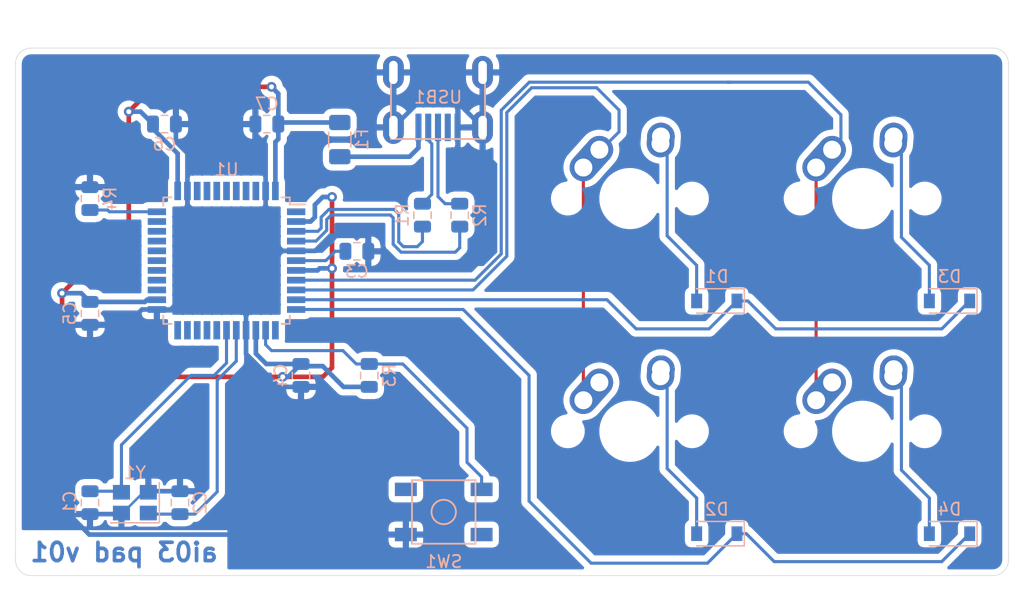
<source format=kicad_pcb>
(kicad_pcb (version 20200518) (host pcbnew "(5.99.0-1822-g1792479ca)")
  (title_block (title "ai03 pcb guide - pad duplicate") (date "2020-06-16") (rev "v01") (comment 1 "a duplicate of the original ai03 pcb guide pad by Humphrey Kwok"))
  (layers (0 "F.Cu" signal) (31 "B.Cu" signal) (34 "B.Paste" user) (35 "F.Paste" user) (36 "B.SilkS" user) (37 "F.SilkS" user) (38 "B.Mask" user) (39 "F.Mask" user) (44 "Edge.Cuts" user))
  (net 0 "")
  (net 1 "GND")
  (net 2 "Net-(C3-Pad1)")
  (net 3 "+5V")
  (net 4 "Net-(D1-Pad2)")
  (net 5 "ROW0")
  (net 6 "Net-(D2-Pad2)")
  (net 7 "ROW1")
  (net 8 "Net-(D3-Pad2)")
  (net 9 "Net-(D4-Pad2)")
  (net 10 "VCC")
  (net 11 "COL0")
  (net 12 "COL1")
  (net 13 "Net-(R1-Pad2)")
  (net 14 "D-")
  (net 15 "D+")
  (net 16 "Net-(R2-Pad1)")
  (net 17 "Net-(R3-Pad2)")
  (net 18 "Net-(R4-Pad1)")
  (net 19 "Net-(U1-Pad42)")
  (net 20 "Net-(U1-Pad37)")
  (net 21 "Net-(U1-Pad36)")
  (net 22 "Net-(U1-Pad32)")
  (net 23 "Net-(U1-Pad31)")
  (net 24 "Net-(U1-Pad30)")
  (net 25 "Net-(U1-Pad29)")
  (net 26 "Net-(U1-Pad28)")
  (net 27 "Net-(U1-Pad27)")
  (net 28 "Net-(U1-Pad26)")
  (net 29 "Net-(U1-Pad25)")
  (net 30 "Net-(U1-Pad22)")
  (net 31 "Net-(U1-Pad21)")
  (net 32 "Net-(U1-Pad20)")
  (net 33 "Net-(U1-Pad19)")
  (net 34 "Net-(U1-Pad18)")
  (net 35 "Net-(U1-Pad12)")
  (net 36 "Net-(U1-Pad1)")
  (net 37 "Net-(USB1-Pad2)")
  (net 38 "Net-(U1-Pad41)")
  (net 39 "Net-(U1-Pad40)")
  (net 40 "Net-(U1-Pad39)")
  (net 41 "Net-(U1-Pad38)")
  (net 42 "Net-(C1-Pad1)")
  (net 43 "Net-(C2-Pad1)")
  (module "Crystal:Crystal_SMD_3225-4Pin_3.2x2.5mm" (layer "B.Cu") (at 73.27188 171.831 180)
    (fp_text reference "Y1" (at 0 2.45) (layer "B.SilkS") (effects (justify mirror)))
    (fp_text value "16MHz")
    (fp_line (start -2 -1.65) (end 2 -1.65) (layer "B.SilkS") (width 0.12))
    (fp_line (start -2 1.65) (end -2 -1.65) (layer "B.SilkS") (width 0.12))
    (pad "4" smd rect (at -1.1 0.85 180) (size 1.4 1.2) (layers "B.Cu" "B.Paste" "B.Mask") (net 1 "GND"))
    (pad "3" smd rect (at 1.1 0.85 180) (size 1.4 1.2) (layers "B.Cu" "B.Paste" "B.Mask") (net 42 "Net-(C1-Pad1)"))
    (pad "2" smd rect (at 1.1 -0.85 180) (size 1.4 1.2) (layers "B.Cu" "B.Paste" "B.Mask") (net 1 "GND"))
    (pad "1" smd rect (at -1.1 -0.85 180) (size 1.4 1.2) (layers "B.Cu" "B.Paste" "B.Mask") (net 43 "Net-(C2-Pad1)"))
  )
  (module "random keyboard parts:Molex-0548190589" (layer "B.Cu") (at 98.082 136.614 -90)
    (fp_text reference "USB1" (at 2.032 0) (layer "B.SilkS") (effects (justify mirror)))
    (fp_text value "Molex-0548190589")
    (fp_line (start 0 3.85) (end 5.45 3.85) (layer "B.SilkS") (width 0.15))
    (fp_line (start 0 -3.85) (end 5.45 -3.85) (layer "B.SilkS") (width 0.15))
    (fp_line (start 5.45 3.85) (end 5.45 -3.85) (layer "B.SilkS") (width 0.15))
    (pad "6" thru_hole oval (at 0 3.65 270) (size 2.7 1.7) (drill oval 1.9 0.7) (layers *.Cu *.Mask) (net 1 "GND"))
    (pad "6" thru_hole oval (at 0 -3.65 270) (size 2.7 1.7) (drill oval 1.9 0.7) (layers *.Cu *.Mask) (net 1 "GND"))
    (pad "6" thru_hole oval (at 4.5 -3.65 270) (size 2.7 1.7) (drill oval 1.9 0.7) (layers *.Cu *.Mask) (net 1 "GND"))
    (pad "6" thru_hole oval (at 4.5 3.65 270) (size 2.7 1.7) (drill oval 1.9 0.7) (layers *.Cu *.Mask) (net 1 "GND"))
    (pad "5" smd rect (at 4.5 1.6 270) (size 2.25 0.5) (layers "B.Cu" "B.Paste" "B.Mask") (net 10 "VCC"))
    (pad "4" smd rect (at 4.5 0.8 270) (size 2.25 0.5) (layers "B.Cu" "B.Paste" "B.Mask") (net 14 "D-"))
    (pad "3" smd rect (at 4.5 0 270) (size 2.25 0.5) (layers "B.Cu" "B.Paste" "B.Mask") (net 15 "D+"))
    (pad "2" smd rect (at 4.5 -0.8 270) (size 2.25 0.5) (layers "B.Cu" "B.Paste" "B.Mask") (net 37 "Net-(USB1-Pad2)"))
    (pad "1" smd rect (at 4.5 -1.6 270) (size 2.25 0.5) (layers "B.Cu" "B.Paste" "B.Mask") (net 1 "GND"))
  )
  (module "Package_QFP:TQFP-44_10x10mm_P0.8mm" (layer "B.Cu") (at 80.772 152.019 180)
    (fp_text reference "U1" (at 0 7.45) (layer "B.SilkS") (effects (justify mirror)))
    (fp_text value "ATmega32U4-AU")
    (fp_line (start -5.175 4.6) (end -6.45 4.6) (layer "B.SilkS") (width 0.15))
    (fp_line (start 5.175 5.175) (end 4.5 5.175) (layer "B.SilkS") (width 0.15))
    (fp_line (start 5.175 -5.175) (end 4.5 -5.175) (layer "B.SilkS") (width 0.15))
    (fp_line (start -5.175 -5.175) (end -4.5 -5.175) (layer "B.SilkS") (width 0.15))
    (fp_line (start -5.175 5.175) (end -4.5 5.175) (layer "B.SilkS") (width 0.15))
    (fp_line (start -5.175 -5.175) (end -5.175 -4.5) (layer "B.SilkS") (width 0.15))
    (fp_line (start 5.175 -5.175) (end 5.175 -4.5) (layer "B.SilkS") (width 0.15))
    (fp_line (start 5.175 5.175) (end 5.175 4.5) (layer "B.SilkS") (width 0.15))
    (fp_line (start -5.175 5.175) (end -5.175 4.6) (layer "B.SilkS") (width 0.15))
    (pad "44" smd rect (at -4 5.7 90) (size 1.5 0.55) (layers "B.Cu" "B.Paste" "B.Mask") (net 3 "+5V"))
    (pad "43" smd rect (at -3.2 5.7 90) (size 1.5 0.55) (layers "B.Cu" "B.Paste" "B.Mask") (net 1 "GND"))
    (pad "42" smd rect (at -2.4 5.7 90) (size 1.5 0.55) (layers "B.Cu" "B.Paste" "B.Mask") (net 19 "Net-(U1-Pad42)"))
    (pad "41" smd rect (at -1.6 5.7 90) (size 1.5 0.55) (layers "B.Cu" "B.Paste" "B.Mask") (net 38 "Net-(U1-Pad41)"))
    (pad "40" smd rect (at -0.8 5.7 90) (size 1.5 0.55) (layers "B.Cu" "B.Paste" "B.Mask") (net 39 "Net-(U1-Pad40)"))
    (pad "39" smd rect (at 0 5.7 90) (size 1.5 0.55) (layers "B.Cu" "B.Paste" "B.Mask") (net 40 "Net-(U1-Pad39)"))
    (pad "38" smd rect (at 0.8 5.7 90) (size 1.5 0.55) (layers "B.Cu" "B.Paste" "B.Mask") (net 41 "Net-(U1-Pad38)"))
    (pad "37" smd rect (at 1.6 5.7 90) (size 1.5 0.55) (layers "B.Cu" "B.Paste" "B.Mask") (net 20 "Net-(U1-Pad37)"))
    (pad "36" smd rect (at 2.4 5.7 90) (size 1.5 0.55) (layers "B.Cu" "B.Paste" "B.Mask") (net 21 "Net-(U1-Pad36)"))
    (pad "35" smd rect (at 3.2 5.7 90) (size 1.5 0.55) (layers "B.Cu" "B.Paste" "B.Mask") (net 1 "GND"))
    (pad "34" smd rect (at 4 5.7 90) (size 1.5 0.55) (layers "B.Cu" "B.Paste" "B.Mask") (net 3 "+5V"))
    (pad "33" smd rect (at 5.7 4 180) (size 1.5 0.55) (layers "B.Cu" "B.Paste" "B.Mask") (net 18 "Net-(R4-Pad1)"))
    (pad "32" smd rect (at 5.7 3.2 180) (size 1.5 0.55) (layers "B.Cu" "B.Paste" "B.Mask") (net 22 "Net-(U1-Pad32)"))
    (pad "31" smd rect (at 5.7 2.4 180) (size 1.5 0.55) (layers "B.Cu" "B.Paste" "B.Mask") (net 23 "Net-(U1-Pad31)"))
    (pad "30" smd rect (at 5.7 1.6 180) (size 1.5 0.55) (layers "B.Cu" "B.Paste" "B.Mask") (net 24 "Net-(U1-Pad30)"))
    (pad "29" smd rect (at 5.7 0.8 180) (size 1.5 0.55) (layers "B.Cu" "B.Paste" "B.Mask") (net 25 "Net-(U1-Pad29)"))
    (pad "28" smd rect (at 5.7 0 180) (size 1.5 0.55) (layers "B.Cu" "B.Paste" "B.Mask") (net 26 "Net-(U1-Pad28)"))
    (pad "27" smd rect (at 5.7 -0.8 180) (size 1.5 0.55) (layers "B.Cu" "B.Paste" "B.Mask") (net 27 "Net-(U1-Pad27)"))
    (pad "26" smd rect (at 5.7 -1.6 180) (size 1.5 0.55) (layers "B.Cu" "B.Paste" "B.Mask") (net 28 "Net-(U1-Pad26)"))
    (pad "25" smd rect (at 5.7 -2.4 180) (size 1.5 0.55) (layers "B.Cu" "B.Paste" "B.Mask") (net 29 "Net-(U1-Pad25)"))
    (pad "24" smd rect (at 5.7 -3.2 180) (size 1.5 0.55) (layers "B.Cu" "B.Paste" "B.Mask") (net 3 "+5V"))
    (pad "23" smd rect (at 5.7 -4 180) (size 1.5 0.55) (layers "B.Cu" "B.Paste" "B.Mask") (net 1 "GND"))
    (pad "22" smd rect (at 4 -5.7 90) (size 1.5 0.55) (layers "B.Cu" "B.Paste" "B.Mask") (net 30 "Net-(U1-Pad22)"))
    (pad "21" smd rect (at 3.2 -5.7 90) (size 1.5 0.55) (layers "B.Cu" "B.Paste" "B.Mask") (net 31 "Net-(U1-Pad21)"))
    (pad "20" smd rect (at 2.4 -5.7 90) (size 1.5 0.55) (layers "B.Cu" "B.Paste" "B.Mask") (net 32 "Net-(U1-Pad20)"))
    (pad "19" smd rect (at 1.6 -5.7 90) (size 1.5 0.55) (layers "B.Cu" "B.Paste" "B.Mask") (net 33 "Net-(U1-Pad19)"))
    (pad "18" smd rect (at 0.8 -5.7 90) (size 1.5 0.55) (layers "B.Cu" "B.Paste" "B.Mask") (net 34 "Net-(U1-Pad18)"))
    (pad "17" smd rect (at 0 -5.7 90) (size 1.5 0.55) (layers "B.Cu" "B.Paste" "B.Mask") (net 42 "Net-(C1-Pad1)"))
    (pad "16" smd rect (at -0.8 -5.7 90) (size 1.5 0.55) (layers "B.Cu" "B.Paste" "B.Mask") (net 43 "Net-(C2-Pad1)"))
    (pad "15" smd rect (at -1.6 -5.7 90) (size 1.5 0.55) (layers "B.Cu" "B.Paste" "B.Mask") (net 1 "GND"))
    (pad "14" smd rect (at -2.4 -5.7 90) (size 1.5 0.55) (layers "B.Cu" "B.Paste" "B.Mask") (net 3 "+5V"))
    (pad "13" smd rect (at -3.2 -5.7 90) (size 1.5 0.55) (layers "B.Cu" "B.Paste" "B.Mask") (net 17 "Net-(R3-Pad2)"))
    (pad "12" smd rect (at -4 -5.7 90) (size 1.5 0.55) (layers "B.Cu" "B.Paste" "B.Mask") (net 35 "Net-(U1-Pad12)"))
    (pad "11" smd rect (at -5.7 -4 180) (size 1.5 0.55) (layers "B.Cu" "B.Paste" "B.Mask") (net 7 "ROW1"))
    (pad "10" smd rect (at -5.7 -3.2 180) (size 1.5 0.55) (layers "B.Cu" "B.Paste" "B.Mask") (net 5 "ROW0"))
    (pad "9" smd rect (at -5.7 -2.4 180) (size 1.5 0.55) (layers "B.Cu" "B.Paste" "B.Mask") (net 11 "COL0"))
    (pad "8" smd rect (at -5.7 -1.6 180) (size 1.5 0.55) (layers "B.Cu" "B.Paste" "B.Mask") (net 12 "COL1"))
    (pad "7" smd rect (at -5.7 -0.8 180) (size 1.5 0.55) (layers "B.Cu" "B.Paste" "B.Mask") (net 3 "+5V"))
    (pad "6" smd rect (at -5.7 0 180) (size 1.5 0.55) (layers "B.Cu" "B.Paste" "B.Mask") (net 2 "Net-(C3-Pad1)"))
    (pad "5" smd rect (at -5.7 0.8 180) (size 1.5 0.55) (layers "B.Cu" "B.Paste" "B.Mask") (net 1 "GND"))
    (pad "4" smd rect (at -5.7 1.6 180) (size 1.5 0.55) (layers "B.Cu" "B.Paste" "B.Mask") (net 16 "Net-(R2-Pad1)"))
    (pad "3" smd rect (at -5.7 2.4 180) (size 1.5 0.55) (layers "B.Cu" "B.Paste" "B.Mask") (net 13 "Net-(R1-Pad2)"))
    (pad "2" smd rect (at -5.7 3.2 180) (size 1.5 0.55) (layers "B.Cu" "B.Paste" "B.Mask") (net 3 "+5V"))
    (pad "1" smd rect (at -5.7 4 180) (size 1.5 0.55) (layers "B.Cu" "B.Paste" "B.Mask") (net 36 "Net-(U1-Pad1)"))
  )
  (module "random keyboard parts:SKQG-1155865" (layer "B.Cu") (at 98.552 172.593 180)
    (fp_text reference "SW1" (at 0 -4.064) (layer "B.SilkS") (effects (justify mirror)))
    (fp_text value "SW_Push")
    (fp_line (start -2.6 2.6) (end 2.6 2.6) (layer "B.SilkS") (width 0.15))
    (fp_line (start 2.6 2.6) (end 2.6 -2.6) (layer "B.SilkS") (width 0.15))
    (fp_line (start 2.6 -2.6) (end -2.6 -2.6) (layer "B.SilkS") (width 0.15))
    (fp_line (start -2.6 -2.6) (end -2.6 2.6) (layer "B.SilkS") (width 0.15))
    (fp_circle (center 0 0) (end 1 0) (layer "B.SilkS") (width 0.15))
    (pad "4" smd rect (at -3.1 -1.85 180) (size 1.8 1.1) (layers "B.Cu" "B.Paste" "B.Mask"))
    (pad "3" smd rect (at 3.1 1.85 180) (size 1.8 1.1) (layers "B.Cu" "B.Paste" "B.Mask"))
    (pad "2" smd rect (at -3.1 1.85 180) (size 1.8 1.1) (layers "B.Cu" "B.Paste" "B.Mask") (net 17 "Net-(R3-Pad2)"))
    (pad "1" smd rect (at 3.1 -1.85 180) (size 1.8 1.1) (layers "B.Cu" "B.Paste" "B.Mask") (net 1 "GND"))
  )
  (module "Resistor_SMD:R_0805_2012Metric" (layer "B.Cu") (at 69.596 146.939 90)
    (fp_text reference "R4" (at 0 1.65 90) (layer "B.SilkS") (effects (justify mirror)))
    (fp_text value "10k")
    (fp_line (start -0.258578 -0.71) (end 0.258578 -0.71) (layer "B.SilkS") (width 0.12))
    (fp_line (start -0.258578 0.71) (end 0.258578 0.71) (layer "B.SilkS") (width 0.12))
    (pad "2" smd roundrect (at 0.9375 0 90) (size 0.975 1.4) (layers "B.Cu" "B.Paste" "B.Mask") (net 1 "GND"))
    (pad "1" smd roundrect (at -0.9375 0 90) (size 0.975 1.4) (layers "B.Cu" "B.Paste" "B.Mask") (net 18 "Net-(R4-Pad1)"))
  )
  (module "Resistor_SMD:R_0805_2012Metric" (layer "B.Cu") (at 92.456 161.417 90)
    (fp_text reference "R3" (at 0 1.65 90) (layer "B.SilkS") (effects (justify mirror)))
    (fp_text value "10k")
    (fp_line (start -0.258578 -0.71) (end 0.258578 -0.71) (layer "B.SilkS") (width 0.12))
    (fp_line (start -0.258578 0.71) (end 0.258578 0.71) (layer "B.SilkS") (width 0.12))
    (pad "2" smd roundrect (at 0.9375 0 90) (size 0.975 1.4) (layers "B.Cu" "B.Paste" "B.Mask") (net 17 "Net-(R3-Pad2)"))
    (pad "1" smd roundrect (at -0.9375 0 90) (size 0.975 1.4) (layers "B.Cu" "B.Paste" "B.Mask") (net 3 "+5V"))
  )
  (module "Resistor_SMD:R_0805_2012Metric" (layer "B.Cu") (at 99.86 148.298 90)
    (fp_text reference "R2" (at 0 1.65 90) (layer "B.SilkS") (effects (justify mirror)))
    (fp_text value "22")
    (fp_line (start -0.258578 -0.71) (end 0.258578 -0.71) (layer "B.SilkS") (width 0.12))
    (fp_line (start -0.258578 0.71) (end 0.258578 0.71) (layer "B.SilkS") (width 0.12))
    (pad "2" smd roundrect (at 0.9375 0 90) (size 0.975 1.4) (layers "B.Cu" "B.Paste" "B.Mask") (net 15 "D+"))
    (pad "1" smd roundrect (at -0.9375 0 90) (size 0.975 1.4) (layers "B.Cu" "B.Paste" "B.Mask") (net 16 "Net-(R2-Pad1)"))
  )
  (module "Resistor_SMD:R_0805_2012Metric" (layer "B.Cu") (at 96.812 148.298 -90)
    (fp_text reference "R1" (at 0 1.65 90) (layer "B.SilkS") (effects (justify mirror)))
    (fp_text value "22")
    (fp_line (start -0.258578 -0.71) (end 0.258578 -0.71) (layer "B.SilkS") (width 0.12))
    (fp_line (start -0.258578 0.71) (end 0.258578 0.71) (layer "B.SilkS") (width 0.12))
    (pad "2" smd roundrect (at 0.9375 0 270) (size 0.975 1.4) (layers "B.Cu" "B.Paste" "B.Mask") (net 13 "Net-(R1-Pad2)"))
    (pad "1" smd roundrect (at -0.9375 0 270) (size 0.975 1.4) (layers "B.Cu" "B.Paste" "B.Mask") (net 14 "D-"))
  )
  (module "MX_Alps_Hybrid:MX-1U-NoLED" (layer "F.Cu") (at 132.842 165.989)
    (fp_text reference "MX4")
    (fp_text value "MX-NoLED")
    (pad "" np_thru_hole circle (at 5.08 0 48.0996) (size 1.75 1.75) (drill 1.75) (layers *.Cu *.Mask))
    (pad "" np_thru_hole circle (at -5.08 0 48.0996) (size 1.75 1.75) (drill 1.75) (layers *.Cu *.Mask))
    (pad "1" thru_hole circle (at -2.5 -4) (size 2.25 2.25) (drill 1.47) (layers *.Cu "B.Mask") (net 12 "COL1"))
    (pad "" np_thru_hole circle (at 0 0) (size 3.9878 3.9878) (drill 3.9878) (layers *.Cu *.Mask))
    (pad "1" thru_hole oval (at -3.81 -2.54 48.0996) (size 4.211556 2.25) (drill 1.47 (offset 0.980778 0)) (layers *.Cu "B.Mask") (net 12 "COL1"))
    (pad "2" thru_hole circle (at 2.54 -5.08) (size 2.25 2.25) (drill 1.47) (layers *.Cu "B.Mask") (net 9 "Net-(D4-Pad2)"))
    (pad "2" thru_hole oval (at 2.5 -4.5 86.0548) (size 2.831378 2.25) (drill 1.47 (offset 0.290689 0)) (layers *.Cu "B.Mask") (net 9 "Net-(D4-Pad2)"))
  )
  (module "MX_Alps_Hybrid:MX-1U-NoLED" (layer "F.Cu") (at 132.842 146.939)
    (fp_text reference "MX3")
    (fp_text value "MX-NoLED")
    (pad "" np_thru_hole circle (at 5.08 0 48.0996) (size 1.75 1.75) (drill 1.75) (layers *.Cu *.Mask))
    (pad "" np_thru_hole circle (at -5.08 0 48.0996) (size 1.75 1.75) (drill 1.75) (layers *.Cu *.Mask))
    (pad "1" thru_hole circle (at -2.5 -4) (size 2.25 2.25) (drill 1.47) (layers *.Cu "B.Mask") (net 12 "COL1"))
    (pad "" np_thru_hole circle (at 0 0) (size 3.9878 3.9878) (drill 3.9878) (layers *.Cu *.Mask))
    (pad "1" thru_hole oval (at -3.81 -2.54 48.0996) (size 4.211556 2.25) (drill 1.47 (offset 0.980778 0)) (layers *.Cu "B.Mask") (net 12 "COL1"))
    (pad "2" thru_hole circle (at 2.54 -5.08) (size 2.25 2.25) (drill 1.47) (layers *.Cu "B.Mask") (net 8 "Net-(D3-Pad2)"))
    (pad "2" thru_hole oval (at 2.5 -4.5 86.0548) (size 2.831378 2.25) (drill 1.47 (offset 0.290689 0)) (layers *.Cu "B.Mask") (net 8 "Net-(D3-Pad2)"))
  )
  (module "MX_Alps_Hybrid:MX-1U-NoLED" (layer "F.Cu") (at 113.792 165.989)
    (fp_text reference "MX2")
    (fp_text value "MX-NoLED")
    (pad "" np_thru_hole circle (at 5.08 0 48.0996) (size 1.75 1.75) (drill 1.75) (layers *.Cu *.Mask))
    (pad "" np_thru_hole circle (at -5.08 0 48.0996) (size 1.75 1.75) (drill 1.75) (layers *.Cu *.Mask))
    (pad "1" thru_hole circle (at -2.5 -4) (size 2.25 2.25) (drill 1.47) (layers *.Cu "B.Mask") (net 11 "COL0"))
    (pad "" np_thru_hole circle (at 0 0) (size 3.9878 3.9878) (drill 3.9878) (layers *.Cu *.Mask))
    (pad "1" thru_hole oval (at -3.81 -2.54 48.0996) (size 4.211556 2.25) (drill 1.47 (offset 0.980778 0)) (layers *.Cu "B.Mask") (net 11 "COL0"))
    (pad "2" thru_hole circle (at 2.54 -5.08) (size 2.25 2.25) (drill 1.47) (layers *.Cu "B.Mask") (net 6 "Net-(D2-Pad2)"))
    (pad "2" thru_hole oval (at 2.5 -4.5 86.0548) (size 2.831378 2.25) (drill 1.47 (offset 0.290689 0)) (layers *.Cu "B.Mask") (net 6 "Net-(D2-Pad2)"))
  )
  (module "MX_Alps_Hybrid:MX-1U-NoLED" (layer "F.Cu") (at 113.792 146.939)
    (fp_text reference "MX1")
    (fp_text value "MX-NoLED")
    (pad "" np_thru_hole circle (at 5.08 0 48.0996) (size 1.75 1.75) (drill 1.75) (layers *.Cu *.Mask))
    (pad "" np_thru_hole circle (at -5.08 0 48.0996) (size 1.75 1.75) (drill 1.75) (layers *.Cu *.Mask))
    (pad "1" thru_hole circle (at -2.5 -4) (size 2.25 2.25) (drill 1.47) (layers *.Cu "B.Mask") (net 11 "COL0"))
    (pad "" np_thru_hole circle (at 0 0) (size 3.9878 3.9878) (drill 3.9878) (layers *.Cu *.Mask))
    (pad "1" thru_hole oval (at -3.81 -2.54 48.0996) (size 4.211556 2.25) (drill 1.47 (offset 0.980778 0)) (layers *.Cu "B.Mask") (net 11 "COL0"))
    (pad "2" thru_hole circle (at 2.54 -5.08) (size 2.25 2.25) (drill 1.47) (layers *.Cu "B.Mask") (net 4 "Net-(D1-Pad2)"))
    (pad "2" thru_hole oval (at 2.5 -4.5 86.0548) (size 2.831378 2.25) (drill 1.47 (offset 0.290689 0)) (layers *.Cu "B.Mask") (net 4 "Net-(D1-Pad2)"))
  )
  (module "Fuse:Fuse_1206_3216Metric" (layer "B.Cu") (at 90.043 142.113 90)
    (fp_text reference "F1" (at 0 1.82 90) (layer "B.SilkS") (effects (justify mirror)))
    (fp_text value "500mA")
    (fp_line (start -0.602064 -0.91) (end 0.602064 -0.91) (layer "B.SilkS") (width 0.12))
    (fp_line (start -0.602064 0.91) (end 0.602064 0.91) (layer "B.SilkS") (width 0.12))
    (pad "2" smd roundrect (at 1.4 0 90) (size 1.25 1.75) (layers "B.Cu" "B.Paste" "B.Mask") (roundrect_rratio 0.2) (net 3 "+5V"))
    (pad "1" smd roundrect (at -1.4 0 90) (size 1.25 1.75) (layers "B.Cu" "B.Paste" "B.Mask") (roundrect_rratio 0.2) (net 10 "VCC"))
  )
  (module "Diode_SMD:D_SOD-123" (layer "B.Cu") (at 139.954 174.371 180)
    (fp_text reference "D4" (at 0 2) (layer "B.SilkS") (effects (justify mirror)))
    (fp_text value "D_Small")
    (fp_line (start -2.25 1) (end 1.65 1) (layer "B.SilkS") (width 0.12))
    (fp_line (start -2.25 -1) (end 1.65 -1) (layer "B.SilkS") (width 0.12))
    (fp_line (start -2.25 1) (end -2.25 -1) (layer "B.SilkS") (width 0.12))
    (pad "2" smd rect (at 1.65 0 180) (size 0.9 1.2) (layers "B.Cu" "B.Paste" "B.Mask") (net 9 "Net-(D4-Pad2)"))
    (pad "1" smd rect (at -1.65 0 180) (size 0.9 1.2) (layers "B.Cu" "B.Paste" "B.Mask") (net 7 "ROW1"))
  )
  (module "Diode_SMD:D_SOD-123" (layer "B.Cu") (at 139.954 155.321 180)
    (fp_text reference "D3" (at 0 2) (layer "B.SilkS") (effects (justify mirror)))
    (fp_text value "D_Small")
    (fp_line (start -2.25 1) (end 1.65 1) (layer "B.SilkS") (width 0.12))
    (fp_line (start -2.25 -1) (end 1.65 -1) (layer "B.SilkS") (width 0.12))
    (fp_line (start -2.25 1) (end -2.25 -1) (layer "B.SilkS") (width 0.12))
    (pad "2" smd rect (at 1.65 0 180) (size 0.9 1.2) (layers "B.Cu" "B.Paste" "B.Mask") (net 8 "Net-(D3-Pad2)"))
    (pad "1" smd rect (at -1.65 0 180) (size 0.9 1.2) (layers "B.Cu" "B.Paste" "B.Mask") (net 5 "ROW0"))
  )
  (module "Diode_SMD:D_SOD-123" (layer "B.Cu") (at 120.904 174.371 180)
    (fp_text reference "D2" (at 0 2) (layer "B.SilkS") (effects (justify mirror)))
    (fp_text value "D_Small")
    (fp_line (start -2.25 1) (end 1.65 1) (layer "B.SilkS") (width 0.12))
    (fp_line (start -2.25 -1) (end 1.65 -1) (layer "B.SilkS") (width 0.12))
    (fp_line (start -2.25 1) (end -2.25 -1) (layer "B.SilkS") (width 0.12))
    (pad "2" smd rect (at 1.65 0 180) (size 0.9 1.2) (layers "B.Cu" "B.Paste" "B.Mask") (net 6 "Net-(D2-Pad2)"))
    (pad "1" smd rect (at -1.65 0 180) (size 0.9 1.2) (layers "B.Cu" "B.Paste" "B.Mask") (net 7 "ROW1"))
  )
  (module "Diode_SMD:D_SOD-123" (layer "B.Cu") (at 120.904 155.321 180)
    (fp_text reference "D1" (at 0 2) (layer "B.SilkS") (effects (justify mirror)))
    (fp_text value "D_Small")
    (fp_line (start -2.25 1) (end 1.65 1) (layer "B.SilkS") (width 0.12))
    (fp_line (start -2.25 -1) (end 1.65 -1) (layer "B.SilkS") (width 0.12))
    (fp_line (start -2.25 1) (end -2.25 -1) (layer "B.SilkS") (width 0.12))
    (pad "2" smd rect (at 1.65 0 180) (size 0.9 1.2) (layers "B.Cu" "B.Paste" "B.Mask") (net 4 "Net-(D1-Pad2)"))
    (pad "1" smd rect (at -1.65 0 180) (size 0.9 1.2) (layers "B.Cu" "B.Paste" "B.Mask") (net 5 "ROW0"))
  )
  (module "Capacitor_SMD:C_0805_2012Metric" (layer "B.Cu") (at 84.074 140.843 180)
    (fp_text reference "C7" (at 0 1.65) (layer "B.SilkS") (effects (justify mirror)))
    (fp_text value "10uf")
    (fp_line (start -0.258578 -0.71) (end 0.258578 -0.71) (layer "B.SilkS") (width 0.12))
    (fp_line (start -0.258578 0.71) (end 0.258578 0.71) (layer "B.SilkS") (width 0.12))
    (pad "2" smd roundrect (at 0.9375 0 180) (size 0.975 1.4) (layers "B.Cu" "B.Paste" "B.Mask") (net 1 "GND"))
    (pad "1" smd roundrect (at -0.9375 0 180) (size 0.975 1.4) (layers "B.Cu" "B.Paste" "B.Mask") (net 3 "+5V"))
  )
  (module "Capacitor_SMD:C_0805_2012Metric" (layer "B.Cu") (at 75.692 140.843)
    (fp_text reference "C6" (at 0 1.65) (layer "B.SilkS") (effects (justify mirror)))
    (fp_text value "0.1uF")
    (fp_line (start -0.258578 -0.71) (end 0.258578 -0.71) (layer "B.SilkS") (width 0.12))
    (fp_line (start -0.258578 0.71) (end 0.258578 0.71) (layer "B.SilkS") (width 0.12))
    (pad "2" smd roundrect (at 0.9375 0) (size 0.975 1.4) (layers "B.Cu" "B.Paste" "B.Mask") (net 1 "GND"))
    (pad "1" smd roundrect (at -0.9375 0) (size 0.975 1.4) (layers "B.Cu" "B.Paste" "B.Mask") (net 3 "+5V"))
  )
  (module "Capacitor_SMD:C_0805_2012Metric" (layer "B.Cu") (at 69.596 156.337 -90)
    (fp_text reference "C5" (at 0 1.65 90) (layer "B.SilkS") (effects (justify mirror)))
    (fp_text value "0.1uF")
    (fp_line (start -0.258578 -0.71) (end 0.258578 -0.71) (layer "B.SilkS") (width 0.12))
    (fp_line (start -0.258578 0.71) (end 0.258578 0.71) (layer "B.SilkS") (width 0.12))
    (pad "2" smd roundrect (at 0.9375 0 270) (size 0.975 1.4) (layers "B.Cu" "B.Paste" "B.Mask") (net 1 "GND"))
    (pad "1" smd roundrect (at -0.9375 0 270) (size 0.975 1.4) (layers "B.Cu" "B.Paste" "B.Mask") (net 3 "+5V"))
  )
  (module "Capacitor_SMD:C_0805_2012Metric" (layer "B.Cu") (at 86.868 161.417 -90)
    (fp_text reference "C4" (at 0 1.65 90) (layer "B.SilkS") (effects (justify mirror)))
    (fp_text value "0.1uF")
    (fp_line (start -0.258578 -0.71) (end 0.258578 -0.71) (layer "B.SilkS") (width 0.12))
    (fp_line (start -0.258578 0.71) (end 0.258578 0.71) (layer "B.SilkS") (width 0.12))
    (pad "2" smd roundrect (at 0.9375 0 270) (size 0.975 1.4) (layers "B.Cu" "B.Paste" "B.Mask") (net 1 "GND"))
    (pad "1" smd roundrect (at -0.9375 0 270) (size 0.975 1.4) (layers "B.Cu" "B.Paste" "B.Mask") (net 3 "+5V"))
  )
  (module "Capacitor_SMD:C_0805_2012Metric" (layer "B.Cu") (at 91.44 151.257)
    (fp_text reference "C3" (at 0 1.65) (layer "B.SilkS") (effects (justify mirror)))
    (fp_text value "1uF")
    (fp_line (start -0.258578 -0.71) (end 0.258578 -0.71) (layer "B.SilkS") (width 0.12))
    (fp_line (start -0.258578 0.71) (end 0.258578 0.71) (layer "B.SilkS") (width 0.12))
    (pad "2" smd roundrect (at 0.9375 0) (size 0.975 1.4) (layers "B.Cu" "B.Paste" "B.Mask") (net 1 "GND"))
    (pad "1" smd roundrect (at -0.9375 0) (size 0.975 1.4) (layers "B.Cu" "B.Paste" "B.Mask") (net 2 "Net-(C3-Pad1)"))
  )
  (module "Capacitor_SMD:C_0805_2012Metric" (layer "B.Cu") (at 76.962 171.831 90)
    (fp_text reference "C2" (at 0 1.65 270) (layer "B.SilkS") (effects (justify mirror)))
    (fp_text value "22pF")
    (fp_line (start -0.258578 -0.71) (end 0.258578 -0.71) (layer "B.SilkS") (width 0.12))
    (fp_line (start -0.258578 0.71) (end 0.258578 0.71) (layer "B.SilkS") (width 0.12))
    (pad "2" smd roundrect (at 0.9375 0 90) (size 0.975 1.4) (layers "B.Cu" "B.Paste" "B.Mask") (net 1 "GND"))
    (pad "1" smd roundrect (at -0.9375 0 90) (size 0.975 1.4) (layers "B.Cu" "B.Paste" "B.Mask") (net 43 "Net-(C2-Pad1)"))
  )
  (module "Capacitor_SMD:C_0805_2012Metric" (layer "B.Cu") (at 69.596 171.831 -90)
    (fp_text reference "C1" (at 0 1.65 90) (layer "B.SilkS") (effects (justify mirror)))
    (fp_text value "22pF")
    (fp_line (start -0.258578 -0.71) (end 0.258578 -0.71) (layer "B.SilkS") (width 0.12))
    (fp_line (start -0.258578 0.71) (end 0.258578 0.71) (layer "B.SilkS") (width 0.12))
    (pad "2" smd roundrect (at 0.9375 0 270) (size 0.975 1.4) (layers "B.Cu" "B.Paste" "B.Mask") (net 1 "GND"))
    (pad "1" smd roundrect (at -0.9375 0 270) (size 0.975 1.4) (layers "B.Cu" "B.Paste" "B.Mask") (net 42 "Net-(C1-Pad1)"))
  )
  (gr_line (start 143.51 134.62) (end 64.77 134.62) (layer "Edge.Cuts") (width 0.05))
  (gr_line (start 144.78 176.53) (end 144.78 135.89) (layer "Edge.Cuts") (width 0.05))
  (gr_line (start 64.77 177.8) (end 143.51 177.8) (layer "Edge.Cuts") (width 0.05))
  (gr_line (start 63.5 135.89) (end 63.5 176.53) (layer "Edge.Cuts") (width 0.05))
  (gr_arc (start 64.77 176.53) (end 63.5 176.53) (angle -90) (layer "Edge.Cuts") (width 0.05))
  (gr_arc (start 143.51 176.53) (end 143.51 177.8) (angle -90) (layer "Edge.Cuts") (width 0.05))
  (gr_arc (start 143.51 135.89) (end 144.78 135.89) (angle -90) (layer "Edge.Cuts") (width 0.05))
  (gr_arc (start 64.77 135.89) (end 64.77 134.62) (angle -90) (layer "Edge.Cuts") (width 0.05))
  (gr_text "ai03 pad v01" (at 72.39 175.895) (layer "B.Cu") (effects (font (size 1.5 1.5) (thickness 0.3)) (justify mirror)))
  (segment (start 100.139 156.019) (end 105.537 161.417) (width 0.254) (layer "B.Cu") (net 7))
  (segment (start 105.537 161.417) (end 105.537 171.704) (width 0.254) (layer "B.Cu") (net 7))
  (segment (start 105.537 171.704) (end 110.617 176.784) (width 0.254) (layer "B.Cu") (net 7))
  (segment (start 86.472 156.019) (end 100.139 156.019) (width 0.254) (layer "B.Cu") (net 7))
  (segment (start 110.617 176.784) (end 120.141 176.784) (width 0.254) (layer "B.Cu") (net 7))
  (segment (start 120.141 176.784) (end 122.554 174.371) (width 0.254) (layer "B.Cu") (net 7))
  (segment (start 86.472 155.219) (end 111.912 155.219) (width 0.254) (layer "B.Cu") (net 5))
  (segment (start 120.268 157.607) (end 122.554 155.321) (width 0.254) (layer "B.Cu") (net 5))
  (segment (start 111.912 155.219) (end 114.3 157.607) (width 0.254) (layer "B.Cu") (net 5))
  (segment (start 114.3 157.607) (end 120.268 157.607) (width 0.254) (layer "B.Cu") (net 5))
  (segment (start 121.793 137.414) (end 122.047 137.414) (width 0.254) (layer "B.Cu") (net 12))
  (segment (start 121.793 137.414) (end 128.397 137.414) (width 0.254) (layer "B.Cu") (net 12))
  (segment (start 128.397 137.414) (end 131.064 140.081) (width 0.254) (layer "B.Cu") (net 12))
  (segment (start 105.55602 137.414) (end 121.793 137.414) (width 0.254) (layer "B.Cu") (net 12))
  (segment (start 131.064 140.081) (end 131.064 142.367) (width 0.254) (layer "B.Cu") (net 12))
  (segment (start 131.064 142.367) (end 129.032 144.399) (width 0.254) (layer "B.Cu") (net 12))
  (segment (start 103.71452 151.659416) (end 103.71452 139.897566) (width 0.254) (layer "B.Cu") (net 11))
  (segment (start 100.954936 154.419) (end 103.71452 151.659416) (width 0.254) (layer "B.Cu") (net 11))
  (segment (start 105.744076 137.86801) (end 111.07101 137.86801) (width 0.254) (layer "B.Cu") (net 11))
  (segment (start 111.07101 137.86801) (end 112.903 139.7) (width 0.254) (layer "B.Cu") (net 11))
  (segment (start 86.472 154.419) (end 100.954936 154.419) (width 0.254) (layer "B.Cu") (net 11))
  (segment (start 103.71452 139.897566) (end 105.744076 137.86801) (width 0.254) (layer "B.Cu") (net 11))
  (segment (start 112.903 139.7) (end 112.903 141.478) (width 0.254) (layer "B.Cu") (net 11))
  (segment (start 112.903 141.478) (end 109.982 144.399) (width 0.254) (layer "B.Cu") (net 11))
  (segment (start 86.472 153.619) (end 101.112868 153.619) (width 0.254) (layer "B.Cu") (net 12))
  (segment (start 103.26051 151.471359) (end 103.26051 139.70951) (width 0.254) (layer "B.Cu") (net 12))
  (segment (start 103.26051 139.70951) (end 105.55602 137.414) (width 0.254) (layer "B.Cu") (net 12))
  (segment (start 101.112868 153.619) (end 103.26051 151.471359) (width 0.254) (layer "B.Cu") (net 12))
  (via (at 89.408 146.812) (size 0.8) (drill 0.4) (layers "F.Cu" "B.Cu") (net 3))
  (segment (start 88.9 146.812) (end 88.646 146.812) (width 0.381) (layer "B.Cu") (net 3))
  (segment (start 88.646 146.812) (end 88.00149 147.45651) (width 0.381) (layer "B.Cu") (net 3))
  (segment (start 89.408 152.654) (end 89.408 146.812) (width 0.381) (layer "F.Cu") (net 3))
  (segment (start 89.408 146.812) (end 88.9 146.812) (width 0.381) (layer "B.Cu") (net 3))
  (segment (start 88.00149 147.45651) (end 88.00149 148.47251) (width 0.381) (layer "B.Cu") (net 3))
  (segment (start 88.00149 148.47251) (end 87.655 148.819) (width 0.381) (layer "B.Cu") (net 3))
  (segment (start 87.655 148.819) (end 86.472 148.819) (width 0.381) (layer "B.Cu") (net 3))
  (via (at 89.408 152.654) (size 0.8) (drill 0.4) (layers "F.Cu" "B.Cu") (net 3))
  (segment (start 88.403132 161.532868) (end 88.657132 161.532868) (width 0.381) (layer "F.Cu") (net 3))
  (segment (start 88.657132 161.532868) (end 89.408 160.782) (width 0.381) (layer "F.Cu") (net 3))
  (segment (start 89.408 160.782) (end 89.408 152.654) (width 0.381) (layer "F.Cu") (net 3))
  (segment (start 89.408 152.654) (end 88.392 152.654) (width 0.381) (layer "B.Cu") (net 3))
  (segment (start 88.392 152.654) (end 88.227 152.819) (width 0.381) (layer "B.Cu") (net 3))
  (segment (start 88.227 152.819) (end 86.472 152.819) (width 0.381) (layer "B.Cu") (net 3))
  (segment (start 85.375132 161.532868) (end 88.403132 161.532868) (width 0.381) (layer "F.Cu") (net 3))
  (segment (start 77.572 146.319) (end 77.572 147.45) (width 0.381) (layer "B.Cu") (net 1))
  (segment (start 77.572 147.45) (end 81.341 151.219) (width 0.381) (layer "B.Cu") (net 1))
  (segment (start 81.341 151.219) (end 86.472 151.219) (width 0.381) (layer "B.Cu") (net 1))
  (segment (start 75.072 156.019) (end 76.203 156.019) (width 0.381) (layer "B.Cu") (net 1))
  (segment (start 76.203 156.019) (end 77.572 154.65) (width 0.381) (layer "B.Cu") (net 1))
  (segment (start 77.572 154.65) (end 77.572 146.319) (width 0.381) (layer "B.Cu") (net 1))
  (segment (start 86.472 151.219) (end 85.341 151.219) (width 0.381) (layer "B.Cu") (net 1))
  (segment (start 85.341 151.219) (end 82.372 154.188) (width 0.381) (layer "B.Cu") (net 1))
  (segment (start 82.372 154.188) (end 82.372 157.719) (width 0.381) (layer "B.Cu") (net 1))
  (segment (start 83.972 146.319) (end 83.972 149.85) (width 0.381) (layer "B.Cu") (net 1))
  (segment (start 83.972 149.85) (end 85.341 151.219) (width 0.381) (layer "B.Cu") (net 1))
  (segment (start 67.31 154.686) (end 67.31 160.274) (width 0.381) (layer "F.Cu") (net 3))
  (segment (start 67.31 160.274) (end 67.31 160.528) (width 0.381) (layer "F.Cu") (net 3))
  (segment (start 67.31 160.528) (end 68.314868 161.532868) (width 0.381) (layer "F.Cu") (net 3))
  (segment (start 68.314868 161.532868) (end 85.375132 161.532868) (width 0.381) (layer "F.Cu") (net 3))
  (segment (start 85.375132 161.532868) (end 85.814632 161.532868) (width 0.381) (layer "B.Cu") (net 3))
  (segment (start 85.814632 161.532868) (end 86.868 160.4795) (width 0.381) (layer "B.Cu") (net 3))
  (via (at 85.375132 161.532868) (size 0.8) (drill 0.4) (layers "F.Cu" "B.Cu") (net 3))
  (segment (start 72.771 139.827) (end 72.771 151.892) (width 0.381) (layer "F.Cu") (net 3))
  (segment (start 72.771 151.892) (end 71.12 153.543) (width 0.381) (layer "F.Cu") (net 3))
  (segment (start 68.453 153.543) (end 67.31 154.686) (width 0.381) (layer "F.Cu") (net 3))
  (segment (start 71.12 153.543) (end 68.453 153.543) (width 0.381) (layer "F.Cu") (net 3))
  (segment (start 67.31 154.686) (end 68.8825 154.686) (width 0.381) (layer "B.Cu") (net 3))
  (segment (start 68.8825 154.686) (end 69.596 155.3995) (width 0.381) (layer "B.Cu") (net 3))
  (via (at 67.31 154.686) (size 0.8) (drill 0.4) (layers "F.Cu" "B.Cu") (net 3))
  (via (at 72.771 139.827) (size 0.8) (drill 0.4) (layers "F.Cu" "B.Cu") (net 3))
  (segment (start 74.803 137.795) (end 72.771 139.827) (width 0.381) (layer "F.Cu") (net 3))
  (segment (start 84.455 137.795) (end 74.803 137.795) (width 0.381) (layer "F.Cu") (net 3))
  (segment (start 85.0115 140.843) (end 85.0115 138.3515) (width 0.381) (layer "B.Cu") (net 3))
  (segment (start 85.0115 138.3515) (end 84.455 137.795) (width 0.381) (layer "B.Cu") (net 3))
  (segment (start 72.771 139.827) (end 73.7385 139.827) (width 0.381) (layer "B.Cu") (net 3))
  (segment (start 73.7385 139.827) (end 74.7545 140.843) (width 0.381) (layer "B.Cu") (net 3))
  (via (at 84.455 137.795) (size 0.8) (drill 0.4) (layers "F.Cu" "B.Cu") (net 3))
  (segment (start 95.2015 160.4795) (end 100.457 165.735) (width 0.254) (layer "B.Cu") (net 17))
  (segment (start 100.457 165.735) (end 100.457 168.529) (width 0.254) (layer "B.Cu") (net 17))
  (segment (start 92.456 160.4795) (end 95.2015 160.4795) (width 0.254) (layer "B.Cu") (net 17))
  (segment (start 100.457 168.529) (end 101.652 169.724) (width 0.254) (layer "B.Cu") (net 17))
  (segment (start 101.652 169.724) (end 101.652 170.743) (width 0.254) (layer "B.Cu") (net 17))
  (segment (start 92.456 162.3545) (end 90.3455 162.3545) (width 0.381) (layer "B.Cu") (net 3))
  (segment (start 90.3455 162.3545) (end 88.646 160.655) (width 0.381) (layer "B.Cu") (net 3))
  (segment (start 88.646 160.655) (end 87.0435 160.655) (width 0.381) (layer "B.Cu") (net 3))
  (segment (start 87.0435 160.655) (end 86.868 160.4795) (width 0.381) (layer "B.Cu") (net 3))
  (segment (start 91.3915 160.4795) (end 90.297 159.385) (width 0.254) (layer "B.Cu") (net 17))
  (segment (start 92.456 160.4795) (end 91.3915 160.4795) (width 0.254) (layer "B.Cu") (net 17))
  (segment (start 90.297 159.385) (end 84.455 159.385) (width 0.254) (layer "B.Cu") (net 17))
  (segment (start 84.455 159.385) (end 83.972 158.902) (width 0.254) (layer "B.Cu") (net 17))
  (segment (start 83.972 158.902) (end 83.972 157.719) (width 0.254) (layer "B.Cu") (net 17))
  (segment (start 86.923 174.443) (end 69.541 174.443) (width 0.381) (layer "B.Cu") (net 1))
  (segment (start 95.452 174.443) (end 86.923 174.443) (width 0.381) (layer "B.Cu") (net 1))
  (segment (start 86.868 162.3545) (end 86.868 174.388) (width 0.381) (layer "B.Cu") (net 1))
  (segment (start 86.868 174.388) (end 86.923 174.443) (width 0.381) (layer "B.Cu") (net 1))
  (segment (start 69.541 174.443) (end 67.8665 172.7685) (width 0.381) (layer "B.Cu") (net 1))
  (segment (start 82.372 157.719) (end 82.372 159.647672) (width 0.381) (layer "B.Cu") (net 1))
  (segment (start 82.372 159.647672) (end 85.078828 162.3545) (width 0.381) (layer "B.Cu") (net 1))
  (segment (start 85.078828 162.3545) (end 86.868 162.3545) (width 0.381) (layer "B.Cu") (net 1))
  (segment (start 86.868 160.4795) (end 84.0255 160.4795) (width 0.381) (layer "B.Cu") (net 3))
  (segment (start 84.0255 160.4795) (end 83.172 159.626) (width 0.381) (layer "B.Cu") (net 3))
  (segment (start 83.172 159.626) (end 83.172 157.719) (width 0.381) (layer "B.Cu") (net 3))
  (segment (start 101.732 136.614) (end 101.732 141.114) (width 0.381) (layer "B.Cu") (net 1))
  (segment (start 94.432 136.614) (end 94.432 141.114) (width 0.381) (layer "B.Cu") (net 1))
  (segment (start 99.7525 139.1345) (end 97.232 136.614) (width 0.381) (layer "B.Cu") (net 1))
  (segment (start 101.732 141.114) (end 99.7525 139.1345) (width 0.381) (layer "B.Cu") (net 1))
  (segment (start 99.682 141.114) (end 99.682 139.205) (width 0.381) (layer "B.Cu") (net 1))
  (segment (start 99.682 139.205) (end 99.7525 139.1345) (width 0.381) (layer "B.Cu") (net 1))
  (segment (start 97.232 136.614) (end 94.432 136.614) (width 0.381) (layer "B.Cu") (net 1))
  (segment (start 94.432 141.114) (end 98.932 136.614) (width 0.381) (layer "B.Cu") (net 1))
  (segment (start 98.932 136.614) (end 101.732 136.614) (width 0.381) (layer "B.Cu") (net 1))
  (segment (start 83.1365 140.843) (end 83.1365 139.2705) (width 0.381) (layer "B.Cu") (net 1))
  (segment (start 83.1365 139.2705) (end 82.7255 138.8595) (width 0.381) (layer "B.Cu") (net 1))
  (segment (start 82.7255 138.8595) (end 76.6295 138.8595) (width 0.381) (layer "B.Cu") (net 1))
  (segment (start 69.596 147.8765) (end 71.0415 147.8765) (width 0.254) (layer "B.Cu") (net 18))
  (segment (start 71.0415 147.8765) (end 71.184 148.019) (width 0.254) (layer "B.Cu") (net 18))
  (segment (start 71.184 148.019) (end 75.072 148.019) (width 0.254) (layer "B.Cu") (net 18))
  (segment (start 109.982 144.399) (end 109.982 163.449) (width 0.254) (layer "F.Cu") (net 11))
  (segment (start 129.032 144.399) (end 129.032 163.449) (width 0.254) (layer "F.Cu") (net 12))
  (segment (start 119.254 174.371) (end 119.254 171.451) (width 0.254) (layer "B.Cu") (net 6))
  (segment (start 119.254 171.451) (end 116.84 169.037) (width 0.254) (layer "B.Cu") (net 6))
  (segment (start 116.84 169.037) (end 116.84 162.037) (width 0.254) (layer "B.Cu") (net 6))
  (segment (start 116.84 162.037) (end 116.292 161.489) (width 0.254) (layer "B.Cu") (net 6))
  (segment (start 138.304 174.371) (end 138.304 171.451) (width 0.254) (layer "B.Cu") (net 9))
  (segment (start 138.304 171.451) (end 136.017 169.164) (width 0.254) (layer "B.Cu") (net 9))
  (segment (start 136.017 169.164) (end 136.017 162.164) (width 0.254) (layer "B.Cu") (net 9))
  (segment (start 136.017 162.164) (end 135.342 161.489) (width 0.254) (layer "B.Cu") (net 9))
  (segment (start 138.304 155.321) (end 138.304 152.401) (width 0.254) (layer "B.Cu") (net 8))
  (segment (start 136.017 150.114) (end 136.017 143.114) (width 0.254) (layer "B.Cu") (net 8))
  (segment (start 138.304 152.401) (end 136.017 150.114) (width 0.254) (layer "B.Cu") (net 8))
  (segment (start 136.017 143.114) (end 135.342 142.439) (width 0.254) (layer "B.Cu") (net 8))
  (segment (start 122.554 174.371) (end 123.317 174.371) (width 0.254) (layer "B.Cu") (net 7))
  (segment (start 123.317 174.371) (end 125.603 176.657) (width 0.254) (layer "B.Cu") (net 7))
  (segment (start 125.603 176.657) (end 139.318 176.657) (width 0.254) (layer "B.Cu") (net 7))
  (segment (start 139.318 176.657) (end 141.604 174.371) (width 0.254) (layer "B.Cu") (net 7))
  (segment (start 122.554 155.321) (end 123.444 155.321) (width 0.254) (layer "B.Cu") (net 5))
  (segment (start 123.444 155.321) (end 125.73 157.607) (width 0.254) (layer "B.Cu") (net 5))
  (segment (start 125.73 157.607) (end 139.318 157.607) (width 0.254) (layer "B.Cu") (net 5))
  (segment (start 139.318 157.607) (end 141.604 155.321) (width 0.254) (layer "B.Cu") (net 5))
  (segment (start 119.254 155.321) (end 119.254 152.401) (width 0.254) (layer "B.Cu") (net 4))
  (segment (start 116.84 149.987) (end 116.84 142.987) (width 0.254) (layer "B.Cu") (net 4))
  (segment (start 119.254 152.401) (end 116.84 149.987) (width 0.254) (layer "B.Cu") (net 4))
  (segment (start 116.84 142.987) (end 116.292 142.439) (width 0.254) (layer "B.Cu") (net 4))
  (segment (start 69.596 139.192) (end 70.739 138.049) (width 0.381) (layer "B.Cu") (net 1))
  (segment (start 69.596 146.0015) (end 69.596 139.192) (width 0.381) (layer "B.Cu") (net 1))
  (segment (start 70.739 138.049) (end 75.819 138.049) (width 0.381) (layer "B.Cu") (net 1))
  (segment (start 75.819 138.049) (end 76.6295 138.8595) (width 0.381) (layer "B.Cu") (net 1))
  (segment (start 76.6295 138.8595) (end 76.6295 140.843) (width 0.381) (layer "B.Cu") (net 1))
  (segment (start 74.7545 140.843) (end 74.7545 141.235172) (width 0.381) (layer "B.Cu") (net 3))
  (segment (start 74.7545 141.235172) (end 76.772 143.252672) (width 0.381) (layer "B.Cu") (net 3))
  (segment (start 76.772 143.252672) (end 76.772 146.319) (width 0.381) (layer "B.Cu") (net 3))
  (segment (start 76.6295 140.843) (end 76.6295 142.2885) (width 0.381) (layer "B.Cu") (net 1))
  (segment (start 77.572 143.231) (end 77.572 146.319) (width 0.381) (layer "B.Cu") (net 1))
  (segment (start 76.6295 142.2885) (end 77.572 143.231) (width 0.381) (layer "B.Cu") (net 1))
  (segment (start 90.5025 151.257) (end 89.662 151.257) (width 0.254) (layer "B.Cu") (net 2))
  (segment (start 89.662 151.257) (end 88.9 152.019) (width 0.254) (layer "B.Cu") (net 2))
  (segment (start 88.9 152.019) (end 86.472 152.019) (width 0.254) (layer "B.Cu") (net 2))
  (segment (start 92.3775 151.257) (end 92.3775 150.1625) (width 0.381) (layer "B.Cu") (net 1))
  (segment (start 92.3775 150.1625) (end 92.202 149.987) (width 0.381) (layer "B.Cu") (net 1))
  (segment (start 88.025936 151.219) (end 86.472 151.219) (width 0.381) (layer "B.Cu") (net 1))
  (segment (start 92.202 149.987) (end 89.257936 149.987) (width 0.381) (layer "B.Cu") (net 1))
  (segment (start 89.257936 149.987) (end 88.025936 151.219) (width 0.381) (layer "B.Cu") (net 1))
  (segment (start 102.235 143.764) (end 102.362 143.764) (width 0.381) (layer "B.Cu") (net 1))
  (segment (start 102.743 151.257) (end 101.727 152.273) (width 0.381) (layer "B.Cu") (net 1))
  (segment (start 102.743 144.145) (end 102.743 151.257) (width 0.381) (layer "B.Cu") (net 1))
  (segment (start 101.727 152.273) (end 94.869 152.273) (width 0.381) (layer "B.Cu") (net 1))
  (segment (start 102.362 143.764) (end 102.743 144.145) (width 0.381) (layer "B.Cu") (net 1))
  (segment (start 94.869 152.273) (end 93.853 151.257) (width 0.381) (layer "B.Cu") (net 1))
  (segment (start 93.853 151.257) (end 92.3775 151.257) (width 0.381) (layer "B.Cu") (net 1))
  (segment (start 99.682 142.735) (end 100.711 143.764) (width 0.381) (layer "B.Cu") (net 1))
  (segment (start 100.711 143.764) (end 102.235 143.764) (width 0.381) (layer "B.Cu") (net 1))
  (segment (start 99.682 141.114) (end 99.682 142.735) (width 0.381) (layer "B.Cu") (net 1))
  (segment (start 94.41499 150.683057) (end 94.41499 148.51699) (width 0.254) (layer "B.Cu") (net 16))
  (segment (start 99.86 149.2355) (end 99.86 150.965) (width 0.254) (layer "B.Cu") (net 16))
  (segment (start 94.18001 148.28201) (end 89.342056 148.28201) (width 0.254) (layer "B.Cu") (net 16))
  (segment (start 88.97301 148.651056) (end 88.97301 149.540057) (width 0.254) (layer "B.Cu") (net 16))
  (segment (start 89.342056 148.28201) (end 88.97301 148.651056) (width 0.254) (layer "B.Cu") (net 16))
  (segment (start 94.41499 148.51699) (end 94.18001 148.28201) (width 0.254) (layer "B.Cu") (net 16))
  (segment (start 95.061943 151.33001) (end 94.41499 150.683057) (width 0.254) (layer "B.Cu") (net 16))
  (segment (start 99.49499 151.33001) (end 95.061943 151.33001) (width 0.254) (layer "B.Cu") (net 16))
  (segment (start 99.86 150.965) (end 99.49499 151.33001) (width 0.254) (layer "B.Cu") (net 16))
  (segment (start 88.97301 149.540057) (end 88.094067 150.419) (width 0.254) (layer "B.Cu") (net 16))
  (segment (start 88.094067 150.419) (end 86.472 150.419) (width 0.254) (layer "B.Cu") (net 16))
  (segment (start 94.488 147.828) (end 89.154 147.828) (width 0.254) (layer "B.Cu") (net 13))
  (segment (start 96.812 149.2355) (end 96.812 150.457) (width 0.254) (layer "B.Cu") (net 13))
  (segment (start 94.869 150.495) (end 94.869 148.209) (width 0.254) (layer "B.Cu") (net 13))
  (segment (start 88.519 148.463) (end 88.519 148.717) (width 0.254) (layer "B.Cu") (net 13))
  (segment (start 96.393 150.876) (end 95.377 150.876) (width 0.254) (layer "B.Cu") (net 13))
  (segment (start 95.25 150.876) (end 94.869 150.495) (width 0.254) (layer "B.Cu") (net 13))
  (segment (start 95.377 150.876) (end 95.25 150.876) (width 0.254) (layer "B.Cu") (net 13))
  (segment (start 94.869 148.209) (end 94.488 147.828) (width 0.254) (layer "B.Cu") (net 13))
  (segment (start 88.519 149.352) (end 88.252 149.619) (width 0.254) (layer "B.Cu") (net 13))
  (segment (start 88.519 148.717) (end 88.519 149.352) (width 0.254) (layer "B.Cu") (net 13))
  (segment (start 96.812 150.457) (end 96.393 150.876) (width 0.254) (layer "B.Cu") (net 13))
  (segment (start 89.154 147.828) (end 88.519 148.463) (width 0.254) (layer "B.Cu") (net 13))
  (segment (start 88.252 149.619) (end 86.472 149.619) (width 0.254) (layer "B.Cu") (net 13))
  (segment (start 75.072 155.219) (end 74.27 155.219) (width 0.381) (layer "B.Cu") (net 3))
  (segment (start 74.27 155.219) (end 74.0895 155.3995) (width 0.381) (layer "B.Cu") (net 3))
  (segment (start 74.0895 155.3995) (end 69.596 155.3995) (width 0.381) (layer "B.Cu") (net 3))
  (segment (start 69.596 157.2745) (end 72.5955 157.2745) (width 0.381) (layer "B.Cu") (net 1))
  (segment (start 73.851 156.019) (end 75.072 156.019) (width 0.381) (layer "B.Cu") (net 1))
  (segment (start 72.5955 157.2745) (end 73.851 156.019) (width 0.381) (layer "B.Cu") (net 1))
  (segment (start 67.8665 172.7685) (end 66.675 171.577) (width 0.381) (layer "B.Cu") (net 1))
  (segment (start 69.596 172.7685) (end 67.8665 172.7685) (width 0.381) (layer "B.Cu") (net 1))
  (segment (start 66.675 158.877) (end 68.199 157.353) (width 0.381) (layer "B.Cu") (net 1))
  (segment (start 66.675 171.577) (end 66.675 158.877) (width 0.381) (layer "B.Cu") (net 1))
  (segment (start 68.199 157.353) (end 68.2775 157.2745) (width 0.381) (layer "B.Cu") (net 1))
  (segment (start 68.2775 157.2745) (end 69.596 157.2745) (width 0.381) (layer "B.Cu") (net 1))
  (segment (start 78.1835 172.7685) (end 80.01 170.942) (width 0.254) (layer "B.Cu") (net 43))
  (segment (start 81.572 160.243066) (end 81.572 157.719) (width 0.254) (layer "B.Cu") (net 43))
  (segment (start 80.01 170.942) (end 80.01 161.805066) (width 0.254) (layer "B.Cu") (net 43))
  (segment (start 76.962 172.7685) (end 78.1835 172.7685) (width 0.254) (layer "B.Cu") (net 43))
  (segment (start 80.01 161.805066) (end 81.572 160.243066) (width 0.254) (layer "B.Cu") (net 43))
  (segment (start 72.17188 167.09612) (end 77.851 161.417) (width 0.254) (layer "B.Cu") (net 42))
  (segment (start 80.772 160.401) (end 80.772 157.719) (width 0.254) (layer "B.Cu") (net 42))
  (segment (start 77.851 161.417) (end 79.756 161.417) (width 0.254) (layer "B.Cu") (net 42))
  (segment (start 72.17188 170.981) (end 72.17188 167.09612) (width 0.254) (layer "B.Cu") (net 42))
  (segment (start 79.756 161.417) (end 80.772 160.401) (width 0.254) (layer "B.Cu") (net 42))
  (segment (start 72.17188 170.981) (end 72.17188 170.14412) (width 0.254) (layer "B.Cu") (net 42))
  (segment (start 69.596 172.7685) (end 72.08438 172.7685) (width 0.381) (layer "B.Cu") (net 1))
  (segment (start 72.08438 172.7685) (end 72.17188 172.681) (width 0.381) (layer "B.Cu") (net 1))
  (segment (start 76.962 170.8935) (end 74.45938 170.8935) (width 0.381) (layer "B.Cu") (net 1))
  (segment (start 74.45938 170.8935) (end 74.37188 170.981) (width 0.381) (layer "B.Cu") (net 1))
  (segment (start 69.596 170.8935) (end 72.08438 170.8935) (width 0.254) (layer "B.Cu") (net 42))
  (segment (start 72.08438 170.8935) (end 72.17188 170.981) (width 0.254) (layer "B.Cu") (net 42))
  (segment (start 76.962 172.7685) (end 74.45938 172.7685) (width 0.254) (layer "B.Cu") (net 43))
  (segment (start 74.45938 172.7685) (end 74.37188 172.681) (width 0.254) (layer "B.Cu") (net 43))
  (segment (start 83.1365 140.843) (end 83.1365 141.6835) (width 0.381) (layer "B.Cu") (net 1))
  (segment (start 83.1365 141.6835) (end 83.972 142.519) (width 0.381) (layer "B.Cu") (net 1))
  (segment (start 83.972 142.519) (end 83.972 146.319) (width 0.381) (layer "B.Cu") (net 1))
  (segment (start 85.0115 140.843) (end 85.0115 142.0645) (width 0.381) (layer "B.Cu") (net 3))
  (segment (start 84.772 142.304) (end 84.772 146.319) (width 0.381) (layer "B.Cu") (net 3))
  (segment (start 85.0115 142.0645) (end 84.772 142.304) (width 0.381) (layer "B.Cu") (net 3))
  (segment (start 90.043 140.713) (end 85.1415 140.713) (width 0.381) (layer "B.Cu") (net 3))
  (segment (start 85.1415 140.713) (end 85.0115 140.843) (width 0.381) (layer "B.Cu") (net 3))
  (segment (start 96.482 141.114) (end 96.482 142.786) (width 0.381) (layer "B.Cu") (net 10))
  (segment (start 96.482 142.786) (end 95.755 143.513) (width 0.381) (layer "B.Cu") (net 10))
  (segment (start 95.755 143.513) (end 90.043 143.513) (width 0.381) (layer "B.Cu") (net 10))
  (segment (start 99.86 147.3605) (end 98.6685 147.3605) (width 0.254) (layer "B.Cu") (net 15))
  (segment (start 98.082 146.266) (end 98.082 146.774) (width 0.254) (layer "B.Cu") (net 15))
  (segment (start 98.082 146.774) (end 98.6685 147.3605) (width 0.254) (layer "B.Cu") (net 15))
  (segment (start 98.082 142.202) (end 98.082 146.266) (width 0.254) (layer "B.Cu") (net 15))
  (segment (start 98.082 141.114) (end 98.082 142.202) (width 0.254) (layer "B.Cu") (net 15))
  (segment (start 97.282 141.114) (end 97.282 142.164) (width 0.254) (layer "B.Cu") (net 14))
  (segment (start 97.282 142.164) (end 97.574 142.456) (width 0.254) (layer "B.Cu") (net 14))
  (segment (start 97.574 142.456) (end 97.574 146.5985) (width 0.254) (layer "B.Cu") (net 14))
  (segment (start 97.574 146.5985) (end 96.812 147.3605) (width 0.254) (layer "B.Cu") (net 14))
  (segment (start 72.17188 172.681) (end 72.27188 172.681) (width 0.2032) (layer "B.Cu") (net 1))
  (segment (start 73.97188 170.981) (end 74.37188 170.981) (width 0.2032) (layer "B.Cu") (net 1))
  (segment (start 72.27188 172.681) (end 73.97188 170.981) (width 0.2032) (layer "B.Cu") (net 1))
  (zone (net 1) (net_name "GND") (layer "B.Cu") (connect_pads (clearance 0.508)) (min_thickness 0.254) (fill yes (thermal_gap 0.508) (thermal_bridge_width 0.508))
    (polygon (pts (xy 146.05 179.07) (xy 62.23 179.07) (xy 62.23 133.35) (xy 146.05 133.35)))
  )
  (zone (net 0) (net_name "") (layer "B.Cu") (connect_pads (clearance 0.508)) (min_thickness 0.254)
    (keepout (tracks allowed) (vias allowed) (pads allowed) (copperpour not_allowed) (footprints allowed))
    (fill (thermal_gap 0.508) (thermal_bridge_width 0.508))
    (polygon (pts (xy 80.01 177.927) (xy 63.5 177.8) (xy 63.5 174.879) (xy 80.01 174.879)))
  )
)
</source>
